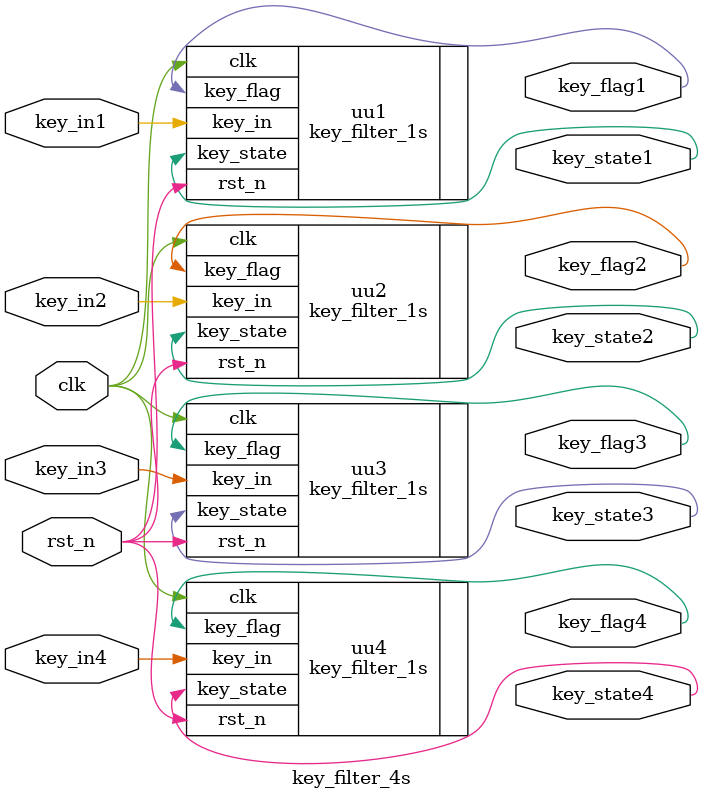
<source format=v>
`timescale 1ns / 1ps
module key_filter_4s(
    clk,rst_n,key_in1,key_in2,key_in3,key_in4,key_flag1,key_flag2,key_flag3,key_flag4,key_state1,key_state2,key_state3,key_state4 );
   
   input clk;   //系统时钟
   input rst_n;  //复位信号
   input key_in1;  //按键输入
   input key_in2;
   input key_in3;
   input key_in4;
   output key_flag1;   //确认按键按下或释放的信号
   output key_flag2;
   output key_flag3;
   output key_flag4;
   output key_state1;  //按键状态
   output key_state2;
   output key_state3;
   output key_state4;
   key_filter_1s uu1(     
    .clk(clk),
	.rst_n(rst_n),
	.key_in(key_in1),
	.key_flag(key_flag1),
	.key_state(key_state1)
	);
	
	key_filter_1s uu2(     
    .clk(clk),
	.rst_n(rst_n),
	.key_in(key_in2),
	.key_flag(key_flag2),
	.key_state(key_state2)
	);
	
	key_filter_1s uu3(     
    .clk(clk),
	.rst_n(rst_n),
	.key_in(key_in3),
	.key_flag(key_flag3),
	.key_state(key_state3)
	);
	
	key_filter_1s uu4(     
    .clk(clk),
	.rst_n(rst_n),
	.key_in(key_in4),
	.key_flag(key_flag4),
	.key_state(key_state4)
	);

endmodule

</source>
